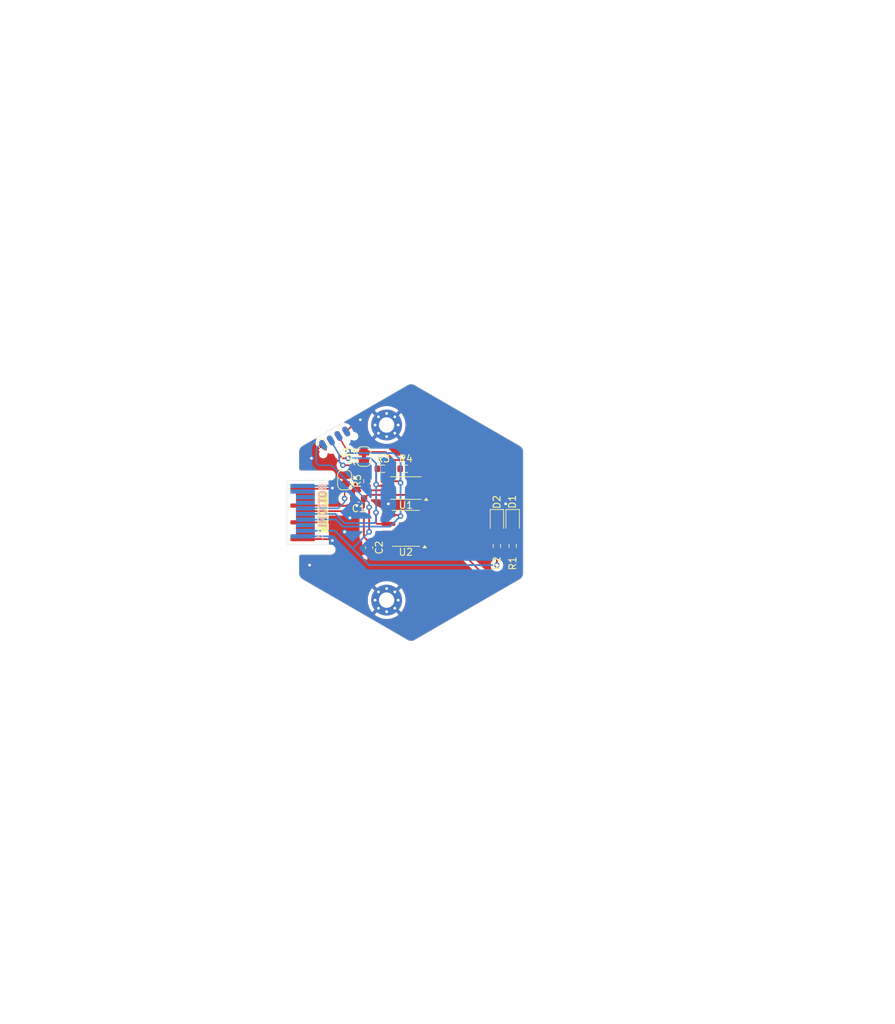
<source format=kicad_pcb>
(kicad_pcb (version 20240108) (generator "pcbnew") (generator_version "8.0")
  (layers (0 "F.Cu" signal) (31 "B.Cu" signal) (34 "B.Paste" user) (35 "F.Paste" user) (36 "B.SilkS" user "B.Silkscreen") (37 "F.SilkS" user "F.Silkscreen") (38 "B.Mask" user) (39 "F.Mask" user) (44 "Edge.Cuts" user))
  (net 0 "")
  (net 1 "GND")
  (net 2 "Net-(D2-A)")
  (net 3 "/LED_STATUS")
  (net 4 "/SDA")
  (net 5 "/SCL")
  (net 7 "+3V3")
  (net 14 "Net-(D1-A)")
  (net 15 "/HEXP_DET")
  (net 18 "/EEPROM_WP")
  (net 20 "Net-(JP2-A)")
  (footprint "hexpansion:hexpansion-edge-connector" (layer "F.Cu") (at 98.25 100)
    (property "Reference" "J1" (hide yes))
    (property "Value" "Hexpansion-Connector" (hide yes))
    (fp_line (start 0 4.4) (end 0 -4.4) (stroke (width 0.05)) (layer "Edge.Cuts"))
    (fp_line (start 6.25 -6) (end 2 -6) (stroke (width 0.05)) (layer "Edge.Cuts"))
    (fp_line (start 6.25 -4.6) (end 0.2 -4.6) (stroke (width 0.05)) (layer "Edge.Cuts"))
    (fp_line (start 6.25 4.6) (end 0.2 4.6) (stroke (width 0.05)) (layer "Edge.Cuts"))
    (fp_line (start 6.25 6) (end 2 6) (stroke (width 0.05)) (layer "Edge.Cuts"))
    (fp_arc (start 0 -4.4) (mid 0.058579 -4.541421) (end 0.2 -4.6) (stroke (width 0.05)) (layer "Edge.Cuts"))
    (fp_arc (start 0.2 4.6) (mid 0.058579 4.541421) (end 0 4.4) (stroke (width 0.05)) (layer "Edge.Cuts"))
    (fp_arc (start 6.25 -6) (mid 6.744975 -5.794975) (end 6.95 -5.3) (stroke (width 0.05)) (layer "Edge.Cuts"))
    (fp_arc (start 6.25 4.6) (mid 6.744975 4.805025) (end 6.95 5.3) (stroke (width 0.05)) (layer "Edge.Cuts"))
    (fp_arc (start 6.95 -5.3) (mid 6.744975 -4.805025) (end 6.25 -4.6) (stroke (width 0.05)) (layer "Edge.Cuts"))
    (fp_arc (start 6.95 5.3) (mid 6.744975 5.794975) (end 6.25 6) (stroke (width 0.05)) (layer "Edge.Cuts"))
    (fp_text user "BOTTOM!" (at 5.7 -4.3 90) (layer "B.SilkS") (effects (font (thickness 0.25) (bold yes)) (justify left bottom mirror)))
    (fp_text user "1" (at 5.2 3.05 90) (layer "B.SilkS") (effects (font (size 0.8 0.8) (thickness 0.2) (bold yes)) (justify left bottom mirror)))
    (fp_text user "^ TOP ^" (at 5.8 2.85 90) (layer "F.SilkS" knockout) (effects (font (thickness 0.25) (bold yes)) (justify left bottom)))
    (pad "1" smd roundrect (at 2.25 3.4) (size 3.5 0.6) (layers "B.Cu" "B.Mask") (net 1 "GND"))
    (pad "2" smd roundrect (at 2.65 2.6) (size 2.7 0.6) (layers "B.Cu" "B.Mask") (net 3 "/LED_STATUS"))
    (pad "3" smd roundrect (at 2.65 1.8) (size 2.7 0.6) (layers "B.Cu" "B.Mask"))
    (pad "4" smd roundrect (at 2.65 1) (size 2.7 0.6) (layers "B.Cu" "B.Mask") (net 4 "/SDA"))
    (pad "5" smd roundrect (at 2.65 0.2) (size 2.7 0.6) (layers "B.Cu" "B.Mask") (net 5 "/SCL"))
    (pad "6" smd roundrect (at 2.65 -0.6) (size 2.7 0.6) (layers "B.Cu" "B.Mask") (net 15 "/HEXP_DET"))
    (pad "7" smd roundrect (at 2.65 -1.4) (size 2.7 0.6) (layers "B.Cu" "B.Mask"))
    (pad "8" smd roundrect (at 2.65 -2.2) (size 2.7 0.6) (layers "B.Cu" "B.Mask"))
    (pad "9" smd roundrect (at 2.25 -3) (size 3.5 0.6) (layers "B.Cu" "B.Mask"))
    (pad "10" smd roundrect (at 2.25 -3.8) (size 3.5 0.6) (layers "B.Cu" "B.Mask") (net 1 "GND"))
    (pad "11" smd roundrect (at 2.25 -3.4 180) (size 3.5 0.6) (layers "F.Cu" "F.Mask") (net 1 "GND"))
    (pad "12" smd roundrect (at 2.65 -2.6 180) (size 2.7 0.6) (layers "F.Cu" "F.Mask"))
    (pad "13" smd roundrect (at 2.65 -1.8 180) (size 2.7 0.6) (layers "F.Cu" "F.Mask"))
    (pad "14" smd roundrect (at 2.25 -1 180) (size 3.5 0.6) (layers "F.Cu" "F.Mask") (net 1 "GND"))
    (pad "15" smd roundrect (at 2.65 -0.2 180) (size 2.7 0.6) (layers "F.Cu" "F.Mask") (net 7 "+3V3"))
    (pad "16" smd roundrect (at 2.65 0.6 180) (size 2.7 0.6) (layers "F.Cu" "F.Mask") (net 7 "+3V3"))
    (pad "17" smd roundrect (at 2.25 1.4 180) (size 3.5 0.6) (layers "F.Cu" "F.Mask") (net 1 "GND"))
    (pad "18" smd roundrect (at 2.65 2.2 180) (size 2.7 0.6) (layers "F.Cu" "F.Mask"))
    (pad "19" smd roundrect (at 2.65 3 180) (size 2.7 0.6) (layers "F.Cu" "F.Mask"))
    (pad "20" smd roundrect (at 2.25 3.8 180) (size 3.5 0.6) (layers "F.Cu" "F.Mask") (net 1 "GND"))
  )
  (footprint "LED_SMD:LED_0805_2012Metric" (layer "F.Cu") (at 130.5 101.25 -90)
    (property "Reference" "D1" (at -2.79 0.05 90) (layer "F.SilkS"))
    (property "Value" "LED" (hide yes))
    (fp_line (start -1.685 0.96) (end 1 0.96) (stroke (width 0.12)) (layer "F.SilkS"))
    (fp_line (start -1.685 -0.96) (end -1.685 0.96) (stroke (width 0.12)) (layer "F.SilkS"))
    (fp_line (start 1 -0.96) (end -1.685 -0.96) (stroke (width 0.12)) (layer "F.SilkS"))
    (pad "1" smd roundrect (at -0.9375 0 270) (size 0.975 1.4) (layers "F.Cu" "F.Paste" "F.Mask") (net 1 "GND"))
    (pad "2" smd roundrect (at 0.9375 0 270) (size 0.975 1.4) (layers "F.Cu" "F.Paste" "F.Mask") (net 14 "Net-(D1-A)"))
  )
  (footprint "Jumper:SolderJumper-2_P1.3mm_Bridged_RoundedPad1.0x1.5mm" (layer "F.Cu") (at 109.25 92 90)
    (property "Reference" "JP2" (at 0 -1.8 270) (layer "F.SilkS"))
    (property "Value" "SolderJumper_2_Bridged")
    (fp_poly (pts (xy 0.25 -0.3) (xy -0.25 -0.3) (xy -0.25 0.3) (xy 0.25 0.3)) (fill solid) (layer "F.Cu"))
    (fp_line (start -0.7 -1) (end 0.7 -1) (stroke (width 0.12)) (layer "F.SilkS"))
    (fp_line (start 1.4 -0.3) (end 1.4 0.3) (stroke (width 0.12)) (layer "F.SilkS"))
    (fp_line (start -1.4 0.3) (end -1.4 -0.3) (stroke (width 0.12)) (layer "F.SilkS"))
    (fp_line (start 0.7 1) (end -0.7 1) (stroke (width 0.12)) (layer "F.SilkS"))
    (fp_arc (start 0.7 -1) (mid 1.194975 -0.794975) (end 1.4 -0.3) (stroke (width 0.12)) (layer "F.SilkS"))
    (fp_arc (start -1.4 -0.3) (mid -1.194975 -0.794975) (end -0.7 -1) (stroke (width 0.12)) (layer "F.SilkS"))
    (fp_arc (start 1.4 0.3) (mid 1.194975 0.794975) (end 0.7 1) (stroke (width 0.12)) (layer "F.SilkS"))
    (fp_arc (start -0.7 1) (mid -1.194975 0.794975) (end -1.4 0.3) (stroke (width 0.12)) (layer "F.SilkS"))
    (pad "1" smd custom (at -0.65 0 90) (size 1 0.5) (layers "F.Cu" "F.Mask") (net 20 "Net-(JP2-A)") (options (clearance outline) (anchor rect)) (primitives (gr_circle (center 0 0.25) (end 0.5 0.25) (width 0) (fill yes)) (gr_circle (center 0 -0.25) (end 0.5 -0.25) (width 0) (fill yes)) (gr_poly (pts (xy 0.5 0.75) (xy 0 0.75) (xy 0 -0.75) (xy 0.5 -0.75)) (width 0) (fill yes))))
    (pad "2" smd custom (at 0.65 0 90) (size 1 0.5) (layers "F.Cu" "F.Mask") (net 7 "+3V3") (options (clearance outline) (anchor rect)) (primitives (gr_circle (center 0 0.25) (end 0.5 0.25) (width 0) (fill yes)) (gr_circle (center 0 -0.25) (end 0.5 -0.25) (width 0) (fill yes)) (gr_poly (pts (xy 0 0.75) (xy -0.5 0.75) (xy -0.5 -0.75) (xy 0 -0.75)) (width 0) (fill yes))))
  )
  (footprint "Resistor_SMD:R_0603_1608Metric" (layer "F.Cu") (at 109.75 95.5 90)
    (property "Reference" "R5" (at 0 -1.43 270) (layer "F.SilkS"))
    (property "Value" "1K")
    (fp_line (start -0.237258 -0.5225) (end 0.237258 -0.5225) (stroke (width 0.12)) (layer "F.SilkS"))
    (fp_line (start -0.237258 0.5225) (end 0.237258 0.5225) (stroke (width 0.12)) (layer "F.SilkS"))
    (pad "1" smd roundrect (at -0.825 0 90) (size 0.8 0.95) (layers "F.Cu" "F.Paste" "F.Mask") (net 18 "/EEPROM_WP"))
    (pad "2" smd roundrect (at 0.825 0 90) (size 0.8 0.95) (layers "F.Cu" "F.Paste" "F.Mask") (net 20 "Net-(JP2-A)"))
  )
  (footprint "Package_SO:TSSOP-8_4.4x3mm_P0.65mm" (layer "F.Cu") (at 115.25 96.5 180)
    (property "Reference" "U1" (at 0 -2.45 180) (layer "F.SilkS"))
    (property "Value" "24LC00")
    (fp_line (start 0 1.61) (end 2.2 1.61) (stroke (width 0.12)) (layer "F.SilkS"))
    (fp_line (start 0 1.61) (end -2.2 1.61) (stroke (width 0.12)) (layer "F.SilkS"))
    (fp_line (start 0 -1.61) (end 2.2 -1.61) (stroke (width 0.12)) (layer "F.SilkS"))
    (fp_line (start 0 -1.61) (end -2.2 -1.61) (stroke (width 0.12)) (layer "F.SilkS"))
    (fp_poly (pts (xy -2.9 -1.435) (xy -3.14 -1.765) (xy -2.66 -1.765) (xy -2.9 -1.435)) (stroke (width 0.12)) (fill solid) (layer "F.SilkS"))
    (pad "1" smd roundrect (at -2.8625 -0.975 180) (size 1.475 0.4) (layers "F.Cu" "F.Paste" "F.Mask") (net 7 "+3V3"))
    (pad "2" smd roundrect (at -2.8625 -0.325 180) (size 1.475 0.4) (layers "F.Cu" "F.Paste" "F.Mask") (net 7 "+3V3"))
    (pad "3" smd roundrect (at -2.8625 0.325 180) (size 1.475 0.4) (layers "F.Cu" "F.Paste" "F.Mask") (net 7 "+3V3"))
    (pad "4" smd roundrect (at -2.8625 0.975 180) (size 1.475 0.4) (layers "F.Cu" "F.Paste" "F.Mask") (net 1 "GND"))
    (pad "5" smd roundrect (at 2.8625 0.975 180) (size 1.475 0.4) (layers "F.Cu" "F.Paste" "F.Mask") (net 4 "/SDA"))
    (pad "6" smd roundrect (at 2.8625 0.325 180) (size 1.475 0.4) (layers "F.Cu" "F.Paste" "F.Mask") (net 5 "/SCL"))
    (pad "7" smd roundrect (at 2.8625 -0.325 180) (size 1.475 0.4) (layers "F.Cu" "F.Paste" "F.Mask") (net 18 "/EEPROM_WP"))
    (pad "8" smd roundrect (at 2.8625 -0.975 180) (size 1.475 0.4) (layers "F.Cu" "F.Paste" "F.Mask") (net 7 "+3V3"))
  )
  (footprint "MountingHole:MountingHole_2.2mm_M2_Pad_Via" (layer "F.Cu") (at 112.5 87.5)
    (property "Reference" "H2" (hide yes))
    (property "Value" "MountingHole_Pad")
    (pad "1" thru_hole circle (at -1.65 0) (size 0.7 0.7) (drill 0.4) (layers "*.Cu" "*.Mask") (net 1 "GND"))
    (pad "1" thru_hole circle (at -1.166726 -1.166726) (size 0.7 0.7) (drill 0.4) (layers "*.Cu" "*.Mask") (net 1 "GND"))
    (pad "1" thru_hole circle (at -1.166726 1.166726) (size 0.7 0.7) (drill 0.4) (layers "*.Cu" "*.Mask") (net 1 "GND"))
    (pad "1" thru_hole circle (at 0 -1.65) (size 0.7 0.7) (drill 0.4) (layers "*.Cu" "*.Mask") (net 1 "GND"))
    (pad "1" thru_hole circle (at 0 0) (size 4.4 4.4) (drill 2.2) (layers "*.Cu" "*.Mask") (net 1 "GND"))
    (pad "1" thru_hole circle (at 0 1.65) (size 0.7 0.7) (drill 0.4) (layers "*.Cu" "*.Mask") (net 1 "GND"))
    (pad "1" thru_hole circle (at 1.166726 -1.166726) (size 0.7 0.7) (drill 0.4) (layers "*.Cu" "*.Mask") (net 1 "GND"))
    (pad "1" thru_hole circle (at 1.166726 1.166726) (size 0.7 0.7) (drill 0.4) (layers "*.Cu" "*.Mask") (net 1 "GND"))
    (pad "1" thru_hole circle (at 1.65 0) (size 0.7 0.7) (drill 0.4) (layers "*.Cu" "*.Mask") (net 1 "GND"))
  )
  (footprint "Resistor_SMD:R_0603_1608Metric" (layer "F.Cu") (at 128.25 104.75 90)
    (property "Reference" "R2" (at -2.5 0 -90) (layer "F.SilkS"))
    (property "Value" "R")
    (fp_line (start -0.237258 -0.5225) (end 0.237258 -0.5225) (stroke (width 0.12)) (layer "F.SilkS"))
    (fp_line (start -0.237258 0.5225) (end 0.237258 0.5225) (stroke (width 0.12)) (layer "F.SilkS"))
    (pad "1" smd roundrect (at -0.825 0 90) (size 0.8 0.95) (layers "F.Cu" "F.Paste" "F.Mask") (net 3 "/LED_STATUS"))
    (pad "2" smd roundrect (at 0.825 0 90) (size 0.8 0.95) (layers "F.Cu" "F.Paste" "F.Mask") (net 2 "Net-(D2-A)"))
  )
  (footprint "Jumper:SolderJumper-2_P1.3mm_Bridged_RoundedPad1.0x1.5mm" (layer "F.Cu") (at 106.5 95.35 90)
    (property "Reference" "JP1" (hide yes))
    (property "Value" "SolderJumper_2_Bridged" (hide yes))
    (fp_poly (pts (xy 0.25 -0.3) (xy -0.25 -0.3) (xy -0.25 0.3) (xy 0.25 0.3)) (fill solid) (layer "F.Cu"))
    (fp_line (start -0.7 -1) (end 0.7 -1) (stroke (width 0.12)) (layer "F.SilkS"))
    (fp_line (start 1.4 -0.3) (end 1.4 0.3) (stroke (width 0.12)) (layer "F.SilkS"))
    (fp_line (start -1.4 0.3) (end -1.4 -0.3) (stroke (width 0.12)) (layer "F.SilkS"))
    (fp_line (start 0.7 1) (end -0.7 1) (stroke (width 0.12)) (layer "F.SilkS"))
    (fp_arc (start 0.7 -1) (mid 1.194975 -0.794975) (end 1.4 -0.3) (stroke (width 0.12)) (layer "F.SilkS"))
    (fp_arc (start -1.4 -0.3) (mid -1.194975 -0.794975) (end -0.7 -1) (stroke (width 0.12)) (layer "F.SilkS"))
    (fp_arc (start 1.4 0.3) (mid 1.194975 0.794975) (end 0.7 1) (stroke (width 0.12)) (layer "F.SilkS"))
    (fp_arc (start -0.7 1) (mid -1.194975 0.794975) (end -1.4 0.3) (stroke (width 0.12)) (layer "F.SilkS"))
    (pad "1" smd custom (at -0.65 0 90) (size 1 0.5) (layers "F.Cu" "F.Mask") (net 15 "/HEXP_DET") (options (clearance outline) (anchor rect)) (primitives (gr_circle (center 0 0.25) (end 0.5 0.25) (width 0) (fill yes)) (gr_circle (center 0 -0.25) (end 0.5 -0.25) (width 0) (fill yes)) (gr_poly (pts (xy 0.5 0.75) (xy 0 0.75) (xy 0 -0.75) (xy 0.5 -0.75)) (width 0) (fill yes))))
    (pad "2" smd custom (at 0.65 0 90) (size 1 0.5) (layers "F.Cu" "F.Mask") (net 1 "GND") (options (clearance outline) (anchor rect)) (primitives (gr_circle (center 0 0.25) (end 0.5 0.25) (width 0) (fill yes)) (gr_circle (center 0 -0.25) (end 0.5 -0.25) (width 0) (fill yes)) (gr_poly (pts (xy 0 0.75) (xy -0.5 0.75) (xy -0.5 -0.75) (xy 0 -0.75)) (width 0) (fill yes))))
  )
  (footprint "LED_SMD:LED_0805_2012Metric" (layer "F.Cu") (at 128.25 101.25 -90)
    (property "Reference" "D2" (at -2.75 0 90) (layer "F.SilkS"))
    (property "Value" "LED")
    (fp_line (start -1.685 0.96) (end 1 0.96) (stroke (width 0.12)) (layer "F.SilkS"))
    (fp_line (start -1.685 -0.96) (end -1.685 0.96) (stroke (width 0.12)) (layer "F.SilkS"))
    (fp_line (start 1 -0.96) (end -1.685 -0.96) (stroke (width 0.12)) (layer "F.SilkS"))
    (pad "1" smd roundrect (at -0.9375 0 270) (size 0.975 1.4) (layers "F.Cu" "F.Paste" "F.Mask") (net 1 "GND"))
    (pad "2" smd roundrect (at 0.9375 0 270) (size 0.975 1.4) (layers "F.Cu" "F.Paste" "F.Mask") (net 2 "Net-(D2-A)"))
  )
  (footprint "Resistor_SMD:R_0603_1608Metric" (layer "F.Cu") (at 130.5 104.75 90)
    (property "Reference" "R1" (at -2.5 0 90) (layer "F.SilkS"))
    (property "Value" "R" (hide yes))
    (fp_line (start -0.237258 -0.5225) (end 0.237258 -0.5225) (stroke (width 0.12)) (layer "F.SilkS"))
    (fp_line (start -0.237258 0.5225) (end 0.237258 0.5225) (stroke (width 0.12)) (layer "F.SilkS"))
    (pad "1" smd roundrect (at -0.825 0 90) (size 0.8 0.95) (layers "F.Cu" "F.Paste" "F.Mask") (net 7 "+3V3"))
    (pad "2" smd roundrect (at 0.825 0 90) (size 0.8 0.95) (layers "F.Cu" "F.Paste" "F.Mask") (net 14 "Net-(D1-A)"))
  )
  (footprint "hexpansion:SOIC_clipProgSmall" (layer "F.Cu") (at 104.697648 88.735222 -150)
    (property "Reference" "J2" (at 0 -3.302 -150) (layer "F.SilkS"))
    (property "Value" "Conn_01x08_Pin")
    (fp_line (start 2.540001 -0.381) (end 2.54 -1.27) (stroke (width 0.1)) (layer "F.SilkS"))
    (fp_line (start 1.27 -0.381) (end 1.27 -1.27) (stroke (width 0.1)) (layer "F.SilkS"))
    (fp_arc (start 2.540001 -0.381) (mid 1.904999 0.254) (end 1.27 -0.381) (stroke (width 0.1)) (layer "F.SilkS"))
    (pad "" np_thru_hole circle (at -2.540001 -1.905 210) (size 0.7 0.7) (drill 0.7) (layers "*.Cu" "*.Mask"))
    (pad "" np_thru_hole circle (at -1.27 -1.905 210) (size 0.7 0.7) (drill 0.7) (layers "*.Cu" "*.Mask"))
    (pad "" np_thru_hole circle (at 0 -1.905 210) (size 0.7 0.7) (drill 0.7) (layers "*.Cu" "*.Mask"))
    (pad "" np_thru_hole circle (at 1.27 -1.905 210) (size 0.7 0.7) (drill 0.7) (layers "*.Cu" "*.Mask"))
    (pad "" np_thru_hole circle (at 2.54 -1.904999 210) (size 0.7 0.7) (drill 0.7) (layers "*.Cu" "*.Mask"))
    (pad "1" smd oval (at 1.905 -0.75 210) (size 0.8 1.5) (layers "F.Cu" "F.Mask") (net 1 "GND"))
    (pad "2" smd oval (at 0.635 -0.75 210) (size 0.8 1.5) (layers "F.Cu" "F.Mask") (net 5 "/SCL"))
    (pad "3" smd oval (at -0.635 -0.75 210) (size 0.8 1.5) (layers "F.Cu" "F.Mask") (net 4 "/SDA"))
    (pad "4" smd oval (at -1.905 -0.75 210) (size 0.8 1.5) (layers "F.Cu" "F.Mask") (net 7 "+3V3"))
    (pad "5" smd oval (at -1.905 -0.75 210) (size 0.8 1.5) (layers "B.Cu" "B.Mask"))
    (pad "6" smd oval (at -0.635 -0.75 210) (size 0.8 1.5) (layers "B.Cu" "B.Mask"))
    (pad "7" smd oval (at 0.635 -0.75 210) (size 0.8 1.5) (layers "B.Cu" "B.Mask") (net 18 "/EEPROM_WP"))
    (pad "8" smd oval (at 1.905 -0.75 210) (size 0.8 1.5) (layers "B.Cu" "B.Mask") (net 3 "/LED_STATUS"))
  )
  (footprint "Resistor_SMD:R_0603_1608Metric" (layer "F.Cu") (at 112 93.75)
    (property "Reference" "R3" (at 0 -1.43 0) (layer "F.SilkS"))
    (property "Value" "10K")
    (fp_line (start -0.237258 -0.5225) (end 0.237258 -0.5225) (stroke (width 0.12)) (layer "F.SilkS"))
    (fp_line (start -0.237258 0.5225) (end 0.237258 0.5225) (stroke (width 0.12)) (layer "F.SilkS"))
    (pad "1" smd roundrect (at -0.825 0) (size 0.8 0.95) (layers "F.Cu" "F.Paste" "F.Mask") (net 5 "/SCL"))
    (pad "2" smd roundrect (at 0.825 0) (size 0.8 0.95) (layers "F.Cu" "F.Paste" "F.Mask") (net 7 "+3V3"))
  )
  (footprint "Package_SO:SOIC-8_3.9x4.9mm_P1.27mm" (layer "F.Cu") (at 115.2375 102.25 180)
    (property "Reference" "U2" (at 0 -3.4 180) (layer "F.SilkS"))
    (property "Value" "ATSHA204A-SSHDA")
    (fp_line (start 0 2.56) (end 1.95 2.56) (stroke (width 0.12)) (layer "F.SilkS"))
    (fp_line (start 0 2.56) (end -1.95 2.56) (stroke (width 0.12)) (layer "F.SilkS"))
    (fp_line (start 0 -2.56) (end 1.95 -2.56) (stroke (width 0.12)) (layer "F.SilkS"))
    (fp_line (start 0 -2.56) (end -1.95 -2.56) (stroke (width 0.12)) (layer "F.SilkS"))
    (fp_poly (pts (xy -2.7 -2.465) (xy -2.94 -2.795) (xy -2.46 -2.795) (xy -2.7 -2.465)) (stroke (width 0.12)) (fill solid) (layer "F.SilkS"))
    (pad "1" smd roundrect (at -2.475 -1.905 180) (size 1.95 0.6) (layers "F.Cu" "F.Paste" "F.Mask"))
    (pad "2" smd roundrect (at -2.475 -0.635 180) (size 1.95 0.6) (layers "F.Cu" "F.Paste" "F.Mask"))
    (pad "3" smd roundrect (at -2.475 0.635 180) (size 1.95 0.6) (layers "F.Cu" "F.Paste" "F.Mask"))
    (pad "4" smd roundrect (at -2.475 1.905 180) (size 1.95 0.6) (layers "F.Cu" "F.Paste" "F.Mask") (net 1 "GND"))
    (pad "5" smd roundrect (at 2.475 1.905 180) (size 1.95 0.6) (layers "F.Cu" "F.Paste" "F.Mask") (net 4 "/SDA"))
    (pad "6" smd roundrect (at 2.475 0.635 180) (size 1.95 0.6) (layers "F.Cu" "F.Paste" "F.Mask") (net 5 "/SCL"))
    (pad "7" smd roundrect (at 2.475 -0.635 180) (size 1.95 0.6) (layers "F.Cu" "F.Paste" "F.Mask"))
    (pad "8" smd roundrect (at 2.475 -1.905 180) (size 1.95 0.6) (layers "F.Cu" "F.Paste" "F.Mask") (net 7 "+3V3"))
  )
  (footprint "Capacitor_SMD:C_0603_1608Metric" (layer "F.Cu") (at 108.5 98 180)
    (property "Reference" "C1" (at 0 -1.43 180) (layer "F.SilkS"))
    (property "Value" "100n")
    (fp_line (start -0.14058 0.51) (end 0.14058 0.51) (stroke (width 0.12)) (layer "F.SilkS"))
    (fp_line (start -0.14058 -0.51) (end 0.14058 -0.51) (stroke (width 0.12)) (layer "F.SilkS"))
    (pad "1" smd roundrect (at -0.775 0 180) (size 0.9 0.95) (layers "F.Cu" "F.Paste" "F.Mask") (net 7 "+3V3"))
    (pad "2" smd roundrect (at 0.775 0 180) (size 0.9 0.95) (layers "F.Cu" "F.Paste" "F.Mask") (net 1 "GND"))
  )
  (footprint "Capacitor_SMD:C_0603_1608Metric" (layer "F.Cu") (at 110 105 -90)
    (property "Reference" "C2" (at 0 -1.43 90) (layer "F.SilkS"))
    (property "Value" "100n")
    (fp_line (start -0.14058 0.51) (end 0.14058 0.51) (stroke (width 0.12)) (layer "F.SilkS"))
    (fp_line (start -0.14058 -0.51) (end 0.14058 -0.51) (stroke (width 0.12)) (layer "F.SilkS"))
    (pad "1" smd roundrect (at -0.775 0 270) (size 0.9 0.95) (layers "F.Cu" "F.Paste" "F.Mask") (net 7 "+3V3"))
    (pad "2" smd roundrect (at 0.775 0 270) (size 0.9 0.95) (layers "F.Cu" "F.Paste" "F.Mask") (net 1 "GND"))
  )
  (footprint "Resistor_SMD:R_0603_1608Metric" (layer "F.Cu") (at 115.25 93.75)
    (property "Reference" "R4" (at 0 -1.43 0) (layer "F.SilkS"))
    (property "Value" "10K")
    (fp_line (start -0.237258 -0.5225) (end 0.237258 -0.5225) (stroke (width 0.12)) (layer "F.SilkS"))
    (fp_line (start -0.237258 0.5225) (end 0.237258 0.5225) (stroke (width 0.12)) (layer "F.SilkS"))
    (pad "1" smd roundrect (at -0.825 0) (size 0.8 0.95) (layers "F.Cu" "F.Paste" "F.Mask") (net 4 "/SDA"))
    (pad "2" smd roundrect (at 0.825 0) (size 0.8 0.95) (layers "F.Cu" "F.Paste" "F.Mask") (net 7 "+3V3"))
  )
  (footprint "MountingHole:MountingHole_2.2mm_M2_Pad_Via" (layer "F.Cu") (at 112.5 112.5)
    (property "Reference" "H1" (hide yes))
    (property "Value" "MountingHole_Pad")
    (pad "1" thru_hole circle (at -1.65 0) (size 0.7 0.7) (drill 0.4) (layers "*.Cu" "*.Mask") (net 1 "GND"))
    (pad "1" thru_hole circle (at -1.166726 -1.166726) (size 0.7 0.7) (drill 0.4) (layers "*.Cu" "*.Mask") (net 1 "GND"))
    (pad "1" thru_hole circle (at -1.166726 1.166726) (size 0.7 0.7) (drill 0.4) (layers "*.Cu" "*.Mask") (net 1 "GND"))
    (pad "1" thru_hole circle (at 0 -1.65) (size 0.7 0.7) (drill 0.4) (layers "*.Cu" "*.Mask") (net 1 "GND"))
    (pad "1" thru_hole circle (at 0 0) (size 4.4 4.4) (drill 2.2) (layers "*.Cu" "*.Mask") (net 1 "GND"))
    (pad "1" thru_hole circle (at 0 1.65) (size 0.7 0.7) (drill 0.4) (layers "*.Cu" "*.Mask") (net 1 "GND"))
    (pad "1" thru_hole circle (at 1.166726 -1.166726) (size 0.7 0.7) (drill 0.4) (layers "*.Cu" "*.Mask") (net 1 "GND"))
    (pad "1" thru_hole circle (at 1.166726 1.166726) (size 0.7 0.7) (drill 0.4) (layers "*.Cu" "*.Mask") (net 1 "GND"))
    (pad "1" thru_hole circle (at 1.65 0) (size 0.7 0.7) (drill 0.4) (layers "*.Cu" "*.Mask") (net 1 "GND"))
  )
  (gr_line (start 100.5 90.473725) (end 115.499995 81.813472) (stroke (width 0.05)) (layer "Edge.Cuts"))
  (gr_arc (start 131.499989 90.473725) (mid 131.866015 90.83975) (end 131.999989 91.33975) (stroke (width 0.05)) (layer "Edge.Cuts"))
  (gr_arc (start 100.25 94) (mid 100.073223 93.926777) (end 100 93.75) (stroke (width 0.1)) (layer "Edge.Cuts"))
  (gr_arc (start 115.499995 81.813472) (mid 115.999995 81.679497) (end 116.499995 81.813472) (stroke (width 0.05)) (layer "Edge.Cuts"))
  (gr_line (start 100.5 109.526269) (end 115.499995 118.186522) (stroke (width 0.05)) (layer "Edge.Cuts"))
  (gr_line (start 131.999989 91.33975) (end 131.999989 108.660243) (stroke (width 0.05)) (layer "Edge.Cuts"))
  (gr_line (start 100 93.75) (end 100 91.33975) (stroke (width 0.05)) (layer "Edge.Cuts"))
  (gr_arc (start 100 91.33975) (mid 100.133975 90.83975) (end 100.5 90.473725) (stroke (width 0.05)) (layer "Edge.Cuts"))
  (gr_line (start 100 106.25) (end 100 108.660243) (stroke (width 0.05)) (layer "Edge.Cuts"))
  (gr_line (start 116.499995 81.813472) (end 131.499989 90.473725) (stroke (width 0.05)) (layer "Edge.Cuts"))
  (gr_arc (start 100 106.25) (mid 100.073223 106.073223) (end 100.25 106) (stroke (width 0.1)) (layer "Edge.Cuts"))
  (gr_arc (start 100.5 109.526269) (mid 100.133975 109.160243) (end 100 108.660243) (stroke (width 0.05)) (layer "Edge.Cuts"))
  (gr_arc (start 131.999989 108.660243) (mid 131.866015 109.160243) (end 131.499989 109.526269) (stroke (width 0.05)) (layer "Edge.Cuts"))
  (gr_arc (start 116.499995 118.186522) (mid 115.999995 118.320497) (end 115.499995 118.186522) (stroke (width 0.05)) (layer "Edge.Cuts"))
  (gr_line (start 116.499995 118.186522) (end 131.499989 109.526269) (stroke (width 0.05)) (layer "Edge.Cuts"))
  (segment (start 104.65 96.6) (end 104.75 96.5) (width 0.25) (layer "F.Cu") (net 1))
  (segment (start 104.75 98.75) (end 104.75 96.5) (width 0.25) (layer "F.Cu") (net 1))
  (segment (start 100.5 99) (end 104.5 99) (width 0.25) (layer "F.Cu") (net 1))
  (segment (start 100.5 101.4) (end 105.65 101.4) (width 0.25) (layer "F.Cu") (net 1))
  (segment (start 105.65 101.4) (end 106.5 102.25) (width 0.25) (layer "F.Cu") (net 1))
  (segment (start 100.5 96.6) (end 104.65 96.6) (width 0.25) (layer "F.Cu") (net 1))
  (segment (start 100.5 103.8) (end 104.55 103.8) (width 0.25) (layer "F.Cu") (net 1))
  (segment (start 104.5 99) (end 104.75 98.75) (width 0.25) (layer "F.Cu") (net 1))
  (segment (start 104.55 103.8) (end 104.75 104) (width 0.25) (layer "F.Cu") (net 1))
  (via (at 104.75 104) (size 0.8) (drill 0.4) (layers "F.Cu" "B.Cu") (net 1))
  (via (at 107.25 100.75) (size 0.8) (drill 0.4) (layers "F.Cu" "B.Cu") (net 1))
  (via (at 108.25 99) (size 0.8) (drill 0.4) (layers "F.Cu" "B.Cu") (net 1))
  (via (at 101.75 92.25) (size 0.8) (drill 0.4) (layers "F.Cu" "B.Cu") (net 1))
  (via (at 104.75 96.5) (size 0.8) (drill 0.4) (layers "F.Cu" "B.Cu") (net 1))
  (via (at 129.5 98.75) (size 0.8) (drill 0.4) (layers "F.Cu" "B.Cu") (net 1))
  (via (at 108 95) (size 0.8) (drill 0.4) (layers "F.Cu" "B.Cu") (net 1))
  (via (at 106.5 102.75) (size 0.8) (drill 0.4) (layers "F.Cu" "B.Cu") (net 1))
  (via (at 108.75 86.75) (size 0.8) (drill 0.4) (layers "F.Cu" "B.Cu") (net 1))
  (via (at 112.75 98.75) (size 0.8) (drill 0.4) (layers "F.Cu" "B.Cu") (net 1))
  (via (at 101.5 107.5) (size 0.8) (drill 0.4) (layers "F.Cu" "B.Cu") (net 1))
  (segment (start 100.5 96.2) (end 104.45 96.2) (width 0.25) (layer "B.Cu") (net 1))
  (segment (start 100.5 103.4) (end 104.15 103.4) (width 0.25) (layer "B.Cu") (net 1))
  (segment (start 104.15 103.4) (end 104.75 104) (width 0.25) (layer "B.Cu") (net 1))
  (segment (start 104.45 96.2) (end 104.75 96.5) (width 0.25) (layer "B.Cu") (net 1))
  (segment (start 128.25 103.925) (end 128.25 102.1875) (width 0.25) (layer "F.Cu") (net 2))
  (segment (start 128.25 105.575) (end 128.25 107.5) (width 0.25) (layer "F.Cu") (net 3))
  (segment (start 110 99.25) (end 110 102.75) (width 0.25) (layer "F.Cu") (net 3))
  (via (at 128.25 107.5) (size 0.8) (drill 0.4) (layers "F.Cu" "B.Cu") (net 3))
  (via (at 110 99.25) (size 0.8) (drill 0.4) (layers "F.Cu" "B.Cu") (net 3))
  (via (at 110 102.75) (size 0.8) (drill 0.4) (layers "F.Cu" "B.Cu") (net 3))
  (segment (start 110 102.75) (end 107.625 105.125) (width 0.25) (layer "B.Cu") (net 3))
  (segment (start 110 98.614608) (end 110 99.25) (width 0.2) (layer "B.Cu") (net 3))
  (segment (start 104.635392 93.25) (end 110 98.614608) (width 0.2) (layer "B.Cu") (net 3))
  (segment (start 103.42287 90.337241) (end 102.912759 90.337241) (width 0.2) (layer "B.Cu") (net 3))
  (segment (start 102.75 93.25) (end 104.635392 93.25) (width 0.2) (layer "B.Cu") (net 3))
  (segment (start 100.9 102.6) (end 105.1 102.6) (width 0.25) (layer "B.Cu") (net 3))
  (segment (start 102.45 92.95) (end 102.75 93.25) (width 0.2) (layer "B.Cu") (net 3))
  (segment (start 107.625 105.125) (end 110 107.5) (width 0.25) (layer "B.Cu") (net 3))
  (segment (start 102.912759 90.337241) (end 102.45 90.8) (width 0.2) (layer "B.Cu") (net 3))
  (segment (start 102.45 90.8) (end 102.45 92.95) (width 0.2) (layer "B.Cu") (net 3))
  (segment (start 107.125 104.625) (end 107.625 105.125) (width 0.25) (layer "B.Cu") (net 3))
  (segment (start 105.1 102.6) (end 107.125 104.625) (width 0.25) (layer "B.Cu") (net 3))
  (segment (start 110 107.5) (end 128.25 107.5) (width 0.25) (layer "B.Cu") (net 3))
  (segment (start 112.7625 100.345) (end 114.3325 100.345) (width 0.25) (layer "F.Cu") (net 4))
  (segment (start 114.2625 95.525) (end 114.4875 95.75) (width 0.25) (layer "F.Cu") (net 4))
  (segment (start 112.3875 95.525) (end 114.2625 95.525) (width 0.25) (layer "F.Cu") (net 4))
  (segment (start 114.3325 100.345) (end 114.4875 100.5) (width 0.25) (layer "F.Cu") (net 4))
  (segment (start 114.4875 95.75) (end 114.4875 93.8125) (width 0.25) (layer "F.Cu") (net 4))
  (segment (start 105.622574 89.067241) (end 106.75 91) (width 0.2) (layer "F.Cu") (net 4))
  (segment (start 114.4875 93.8125) (end 114.425 93.75) (width 0.25) (layer "F.Cu") (net 4))
  (via (at 114.4875 95.75) (size 0.8) (drill 0.4) (layers "F.Cu" "B.Cu") (net 4))
  (via (at 107 91.25) (size 0.8) (drill 0.4) (layers "F.Cu" "B.Cu") (net 4))
  (via (at 114.4875 100.5) (size 0.8) (drill 0.4) (layers "F.Cu" "B.Cu") (net 4))
  (segment (start 114.4875 95.75) (end 114.4875 92.4875) (width 0.25) (layer "B.Cu") (net 4))
  (segment (start 113.5 91.5) (end 107.25 91.5) (width 0.25) (layer "B.Cu") (net 4))
  (segment (start 106.25 102) (end 112.9875 102) (width 0.25) (layer "B.Cu") (net 4))
  (segment (start 105.25 101) (end 106.25 102) (width 0.25) (layer "B.Cu") (net 4))
  (segment (start 114.4875 100.5) (end 114.4875 95.75) (width 0.25) (layer "B.Cu") (net 4))
  (segment (start 107.25 91.5) (end 107 91.25) (width 0.25) (layer "B.Cu") (net 4))
  (segment (start 100.9 101) (end 105.25 101) (width 0.25) (layer "B.Cu") (net 4))
  (segment (start 114.4875 92.4875) (end 113.5 91.5) (width 0.25) (layer "B.Cu") (net 4))
  (segment (start 112.9875 102) (end 114.4875 100.5) (width 0.25) (layer "B.Cu") (net 4))
  (segment (start 104.522722 89.702241) (end 105.7 91.75) (width 0.2) (layer "F.Cu") (net 5))
  (segment (start 112.7625 101.615) (end 111.1025 101.615) (width 0.25) (layer "F.Cu") (net 5))
  (segment (start 112.3875 96.175) (end 111.3125 96.175) (width 0.25) (layer "F.Cu") (net 5))
  (segment (start 106.2 92.25) (end 105.7 91.75) (width 0.25) (layer "F.Cu") (net 5))
  (segment (start 111 93.925) (end 111 96) (width 0.25) (layer "F.Cu") (net 5))
  (segment (start 110.9875 101.5) (end 110.9875 100) (width 0.25) (layer "F.Cu") (net 5))
  (segment (start 111.175 93.75) (end 111 93.925) (width 0.25) (layer "F.Cu") (net 5))
  (segment (start 107 92.25) (end 106.2 92.25) (width 0.25) (layer "F.Cu") (net 5))
  (segment (start 111.1025 101.615) (end 110.9875 101.5) (width 0.25) (layer "F.Cu") (net 5))
  (via (at 107 92.25) (size 0.8) (drill 0.4) (layers "F.Cu" "B.Cu") (net 5))
  (via (at 111 96) (size 0.8) (drill 0.4) (layers "F.Cu" "B.Cu") (net 5))
  (via (at 110.9875 100) (size 0.8) (drill 0.4) (layers "F.Cu" "B.Cu") (net 5))
  (segment (start 106.5 101.5) (end 110.75 101.5) (width 0.25) (layer "B.Cu") (net 5))
  (segment (start 110.9875 100) (end 110.7875 100.2) (width 0.25) (layer "B.Cu") (net 5))
  (segment (start 110.25 92.25) (end 107 92.25) (width 0.25) (layer "B.Cu") (net 5))
  (segment (start 111 99.9875) (end 110.9875 100) (width 0.25) (layer "B.Cu") (net 5))
  (segment (start 111 93) (end 110.25 92.25) (width 0.25) (layer "B.Cu") (net 5))
  (segment (start 111 96) (end 111 93) (width 0.25) (layer "B.Cu") (net 5))
  (segment (start 100.9 100.2) (end 105.2 100.2) (width 0.25) (layer "B.Cu") (net 5))
  (segment (start 110.75 101.5) (end 110.9875 101.2625) (width 0.25) (layer "B.Cu") (net 5))
  (segment (start 105.2 100.2) (end 106.5 101.5) (width 0.25) (layer "B.Cu") (net 5))
  (segment (start 110.9875 101.2625) (end 110.9875 100) (width 0.25) (layer "B.Cu") (net 5))
  (segment (start 111 96) (end 111 99.9875) (width 0.25) (layer "B.Cu") (net 5))
  (segment (start 116.075 93.75) (end 116.075 93.075) (width 0.25) (layer "F.Cu") (net 7))
  (segment (start 108.75 87.75) (end 109.25 88.25) (width 0.25) (layer "F.Cu") (net 7))
  (segment (start 112.7625 104.155) (end 110.07 104.155) (width 0.25) (layer "F.Cu") (net 7))
  (segment (start 118.1125 97.475) (end 122.475 97.475) (width 0.25) (layer "F.Cu") (net 7))
  (segment (start 106.722426 88.432241) (end 107.404667 87.75) (width 0.25) (layer "F.Cu") (net 7))
  (segment (start 116.075 93.75) (end 116.075 97.3) (width 0.25) (layer "F.Cu") (net 7))
  (segment (start 116.075 97.3) (end 116.25 97.475) (width 0.25) (layer "F.Cu") (net 7))
  (segment (start 122.475 97.475) (end 124 99) (width 0.25) (layer "F.Cu") (net 7))
  (segment (start 109.8 97.475) (end 109.275 98) (width 0.25) (layer "F.Cu") (net 7))
  (segment (start 124 99) (end 124 106.5) (width 0.25) (layer "F.Cu") (net 7))
  (segment (start 109.25 100.3625) (end 109.25 103.475) (width 0.25) (layer "F.Cu") (net 7))
  (segment (start 108.6875 99.8) (end 100.9 99.8) (width 0.25) (layer "F.Cu") (net 7))
  (segment (start 118.1125 96.825) (end 118.1125 96.175) (width 0.25) (layer "F.Cu") (net 7))
  (segment (start 112.825 93.175) (end 112.825 93.75) (width 0.25) (layer "F.Cu") (net 7))
  (segment (start 109.25 91.35) (end 112.35 91.35) (width 0.25) (layer "F.Cu") (net 7))
  (segment (start 116.25 97.475) (end 118.1125 97.475) (width 0.25) (layer "F.Cu") (net 7))
  (segment (start 110.07 104.155) (end 110 104.225) (width 0.25) (layer "F.Cu") (net 7))
  (segment (start 124 106.5) (end 126.25 108.75) (width 0.25) (layer "F.Cu") (net 7))
  (segment (start 130.5 108) (end 130.5 105.575) (width 0.25) (layer "F.Cu") (net 7))
  (segment (start 126.25 108.75) (end 129.75 108.75) (width 0.25) (layer "F.Cu") (net 7))
  (segment (start 112.3875 97.475) (end 116.25 97.475) (width 0.25) (layer "F.Cu") (net 7))
  (segment (start 100.9 100.6) (end 100.9 99.8) (width 0.25) (layer "F.Cu") (net 7))
  (segment (start 115.5 92.5) (end 113.5 92.5) (width 0.25) (layer "F.Cu") (net 7))
  (segment (start 108.6875 99.8) (end 109.25 100.3625) (width 0.25) (layer "F.Cu") (net 7))
  (segment (start 112.3875 97.475) (end 109.8 97.475) (width 0.25) (layer "F.Cu") (net 7))
  (segment (start 107.404667 87.75) (end 108.75 87.75) (width 0.25) (layer "F.Cu") (net 7))
  (segment (start 112.35 91.35) (end 113.5 92.5) (width 0.25) (layer "F.Cu") (net 7))
  (segment (start 116.075 93.075) (end 115.5 92.5) (width 0.25) (layer "F.Cu") (net 7))
  (segment (start 109.275 99.2125) (end 109.275 98) (width 0.25) (layer "F.Cu") (net 7))
  (segment (start 118.1125 97.475) (end 118.1125 96.825) (width 0.25) (layer "F.Cu") (net 7))
  (segment (start 109.25 88.25) (end 109.25 91.35) (width 0.25) (layer "F.Cu") (net 7))
  (segment (start 129.75 108.75) (end 130.5 108) (width 0.25) (layer "F.Cu") (net 7))
  (segment (start 109.25 103.475) (end 110 104.225) (width 0.25) (layer "F.Cu") (net 7))
  (segment (start 108.6875 99.8) (end 109.275 99.2125) (width 0.25) (layer "F.Cu") (net 7))
  (segment (start 113.5 92.5) (end 112.825 93.175) (width 0.25) (layer "F.Cu") (net 7))
  (segment (start 130.5 103.925) (end 130.5 102.1875) (width 0.25) (layer "F.Cu") (net 14))
  (segment (start 106.5 96) (end 106.5 98) (width 0.2) (layer "F.Cu") (net 15))
  (via (at 106.5 98) (size 0.8) (drill 0.4) (layers "F.Cu" "B.Cu") (net 15))
  (segment (start 106.5 98.5) (end 105.6 99.4) (width 0.2) (layer "B.Cu") (net 15))
  (segment (start 106.5 98) (end 106.5 98.5) (width 0.2) (layer "B.Cu") (net 15))
  (segment (start 100.9 99.4) (end 105.6 99.4) (width 0.25) (layer "B.Cu") (net 15))
  (segment (start 110.25 96.825) (end 109.75 96.325) (width 0.25) (layer "F.Cu") (net 18))
  (segment (start 106.25 93.25) (end 107.75 93.25) (width 0.25) (layer "F.Cu") (net 18))
  (segment (start 107.75 93.25) (end 108.95 94.45) (width 0.25) (layer "F.Cu") (net 18))
  (segment (start 108.95 95.525) (end 109.75 96.325) (width 0.25) (layer "F.Cu") (net 18))
  (segment (start 108.95 94.45) (end 108.95 95.525) (width 0.25) (layer "F.Cu") (net 18))
  (segment (start 112.3875 96.825) (end 110.25 96.825) (width 0.25) (layer "F.Cu") (net 18))
  (via (at 106.25 93.25) (size 0.8) (drill 0.4) (layers "F.Cu" "B.Cu") (net 18))
  (segment (start 106.25 93.25) (end 105.728343 92.728343) (width 0.25) (layer "B.Cu") (net 18))
  (segment (start 104.522722 89.702241) (end 105.728343 91.771657) (width 0.2) (layer "B.Cu") (net 18))
  (segment (start 105.728343 92.728343) (end 105.728343 91.771657) (width 0.25) (layer "B.Cu") (net 18))
  (segment (start 109.5 92.9) (end 109.25 92.65) (width 0.25) (layer "F.Cu") (net 20))
  (segment (start 109.5 94.675) (end 109.5 92.9) (width 0.25) (layer "F.Cu") (net 20))
  (zone (net 1) (net_name "GND") (layers "F&B.Cu") (connect_pads (clearance 0.5)) (min_thickness 0.25) (fill yes (thermal_gap 0.5) (thermal_bridge_width 0.5))
    (polygon (pts (xy 57.275 160.275) (xy 59.675 28.2) (xy 137.95 26.825) (xy 175.875 98.55) (xy 150.725 173.025) (xy 109.325 169.925)))
  )
  (zone (net 0) (net_name "") (layers "F&B.Cu") (connect_pads (clearance 0)) (min_thickness 0.25)
    (keepout (tracks allowed) (vias allowed) (pads allowed) (copperpour not_allowed) (footprints allowed))
    (fill (thermal_gap 0.5) (thermal_bridge_width 0.5))
    (polygon (pts (xy 98.25 95.01) (xy 104.2 95.01) (xy 104.27 105.08) (xy 98.25 105.1)))
  )
)
</source>
